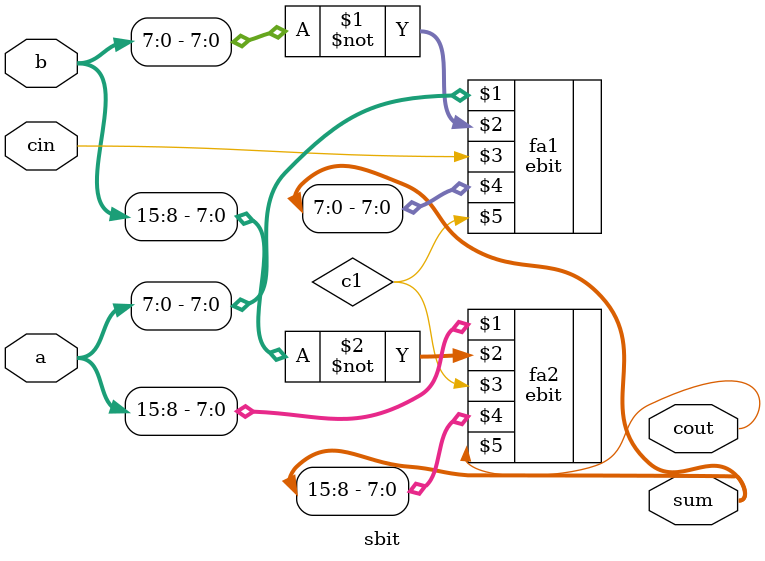
<source format=v>
`include "8bit.v"
module sbit(a,b,cin,sum,cout);
	output [15:0] sum;
	output cout;
	input [15:0] a,b;
	input cin;
	wire c1,c2,c3,c4;
	ebit fa1(a[7:0],~b[7:0],cin,sum[7:0],c1);
	ebit fa2(a[15:8],~b[15:8],c1,sum[15:8],cout);
	
endmodule
</source>
